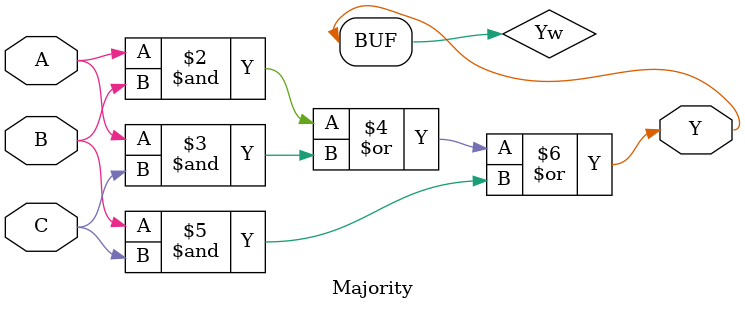
<source format=v>
                                   		
module Majority (A, B, C, Y);                 	
   input  A, B, C;			
   output Y; 

   reg Yw;           		
                   	          	
// student code here
	assign Y = Yw;
	always@(A or B or C)
		begin
			Yw <= (A & B) | (A & C)|(B & C);
	end

endmodule // Majority  
    
</source>
